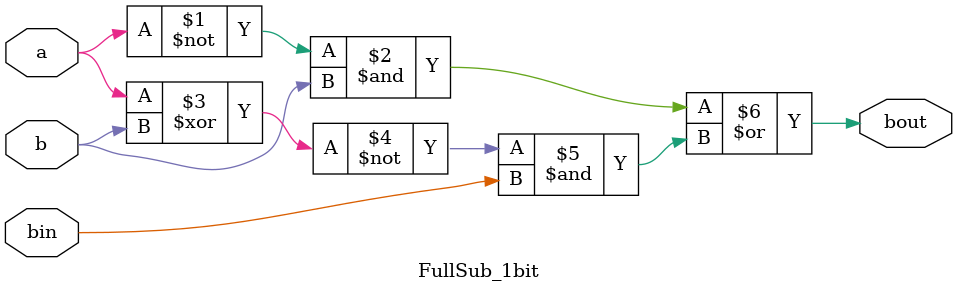
<source format=sv>
module subtractor_8bit (
    input  logic [7:0] A,
    input  logic [7:0] B,
    output logic       BORROW_OUT
);
    wire [8:0] borrow;
    assign borrow[0] = 1'b0;

    FullSub_1bit FS0 (.a(A[0]), .b(B[0]), .bin(borrow[0]), .bout(borrow[1]));
    FullSub_1bit FS1 (.a(A[1]), .b(B[1]), .bin(borrow[1]), .bout(borrow[2]));
    FullSub_1bit FS2 (.a(A[2]), .b(B[2]), .bin(borrow[2]), .bout(borrow[3]));
    FullSub_1bit FS3 (.a(A[3]), .b(B[3]), .bin(borrow[3]), .bout(borrow[4]));
    FullSub_1bit FS4 (.a(A[4]), .b(B[4]), .bin(borrow[4]), .bout(borrow[5]));
    FullSub_1bit FS5 (.a(A[5]), .b(B[5]), .bin(borrow[5]), .bout(borrow[6]));
    FullSub_1bit FS6 (.a(A[6]), .b(B[6]), .bin(borrow[6]), .bout(borrow[7]));
    FullSub_1bit FS7 (.a(A[7]), .b(B[7]), .bin(borrow[7]), .bout(borrow[8]));

    assign BORROW_OUT = borrow[8];
endmodule

module FullSub_1bit (
    input  logic a,
    input  logic b,
    input  logic bin,
    output logic bout
);
    assign bout = ((~a) & b) | ((~(a ^ b)) & bin);
endmodule
</source>
